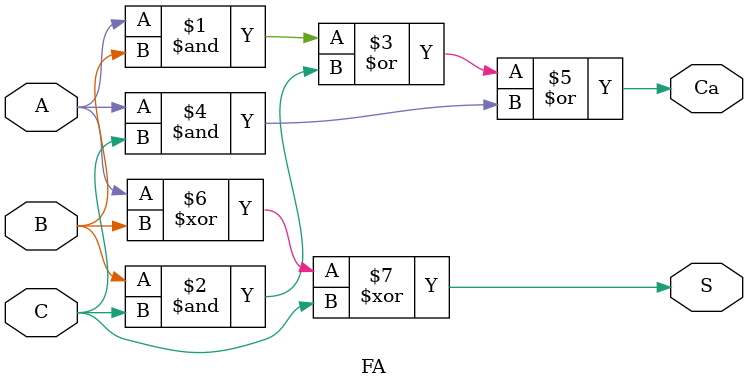
<source format=v>
`timescale 1ns / 1ps


module FA(A, B, C, S, Ca);
    input A, B, C;
    output S, Ca;
    
    assign Ca = A&B | B&C | A&C;
    assign S = A^ B^ C;
endmodule

</source>
